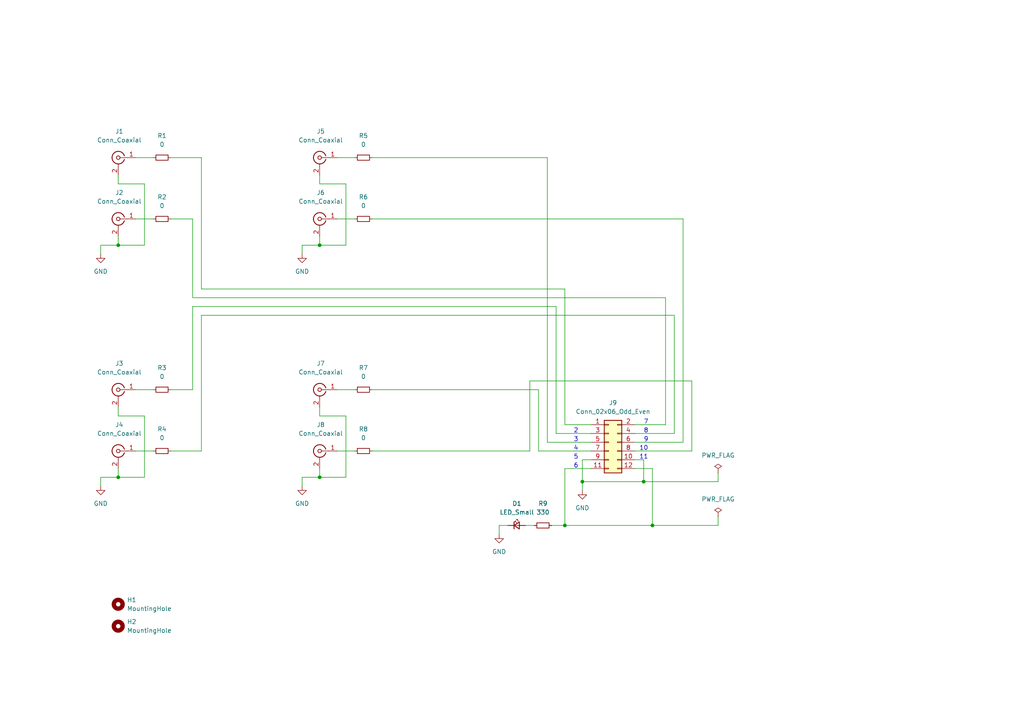
<source format=kicad_sch>
(kicad_sch (version 20211123) (generator eeschema)
  (paper "A4")
  (lib_symbols
    (symbol "Connector:Conn_Coaxial" (pin_names (offset 1.016) hide)
      (property "Reference" "J" (at 0.254 3.048 0))
      (property "Value" "Conn_Coaxial" (at 2.921 0 90))
      (symbol "Conn_Coaxial_0_1"
        (arc (start -1.778 -0.508) (mid 0.2311 -1.8066) (end 1.778 0) (stroke (width 0.254)))
        (polyline (pts (xy -2.54 0) (xy -0.508 0)))
        (polyline (pts (xy 0 -2.54) (xy 0 -1.778)))
        (circle (center 0 0) (radius 0.508) (stroke (width 0.2032)))
        (arc (start 1.778 0) (mid 0.2099 1.8101) (end -1.778 0.508) (stroke (width 0.254)))
      )
      (symbol "Conn_Coaxial_1_1"
        (pin passive line (at -5.08 0 0) (length 2.54) (name "In") (number "1"))
        (pin passive line (at 0 -5.08 90) (length 2.54) (name "Ext") (number "2"))
      )
    )
    (symbol "Connector_Generic:Conn_02x06_Odd_Even" (pin_names (offset 1.016) hide)
      (property "Reference" "J" (at 1.27 7.62 0))
      (property "Value" "Conn_02x06_Odd_Even" (at 1.27 -10.16 0))
      (symbol "Conn_02x06_Odd_Even_1_1"
        (rectangle (start -1.27 -7.493) (end 0 -7.747) (stroke (width 0.1524)))
        (rectangle (start -1.27 -4.953) (end 0 -5.207) (stroke (width 0.1524)))
        (rectangle (start -1.27 -2.413) (end 0 -2.667) (stroke (width 0.1524)))
        (rectangle (start -1.27 0.127) (end 0 -0.127) (stroke (width 0.1524)))
        (rectangle (start -1.27 2.667) (end 0 2.413) (stroke (width 0.1524)))
        (rectangle (start -1.27 5.207) (end 0 4.953) (stroke (width 0.1524)))
        (rectangle (start -1.27 6.35) (end 3.81 -8.89) (stroke (width 0.254)) (fill (type background)))
        (rectangle (start 3.81 -7.493) (end 2.54 -7.747) (stroke (width 0.1524)))
        (rectangle (start 3.81 -4.953) (end 2.54 -5.207) (stroke (width 0.1524)))
        (rectangle (start 3.81 -2.413) (end 2.54 -2.667) (stroke (width 0.1524)))
        (rectangle (start 3.81 0.127) (end 2.54 -0.127) (stroke (width 0.1524)))
        (rectangle (start 3.81 2.667) (end 2.54 2.413) (stroke (width 0.1524)))
        (rectangle (start 3.81 5.207) (end 2.54 4.953) (stroke (width 0.1524)))
        (pin passive line (at -5.08 5.08 0) (length 3.81) (name "Pin_1") (number "1"))
        (pin passive line (at 7.62 -5.08 180) (length 3.81) (name "Pin_10") (number "10"))
        (pin passive line (at -5.08 -7.62 0) (length 3.81) (name "Pin_11") (number "11"))
        (pin passive line (at 7.62 -7.62 180) (length 3.81) (name "Pin_12") (number "12"))
        (pin passive line (at 7.62 5.08 180) (length 3.81) (name "Pin_2") (number "2"))
        (pin passive line (at -5.08 2.54 0) (length 3.81) (name "Pin_3") (number "3"))
        (pin passive line (at 7.62 2.54 180) (length 3.81) (name "Pin_4") (number "4"))
        (pin passive line (at -5.08 0 0) (length 3.81) (name "Pin_5") (number "5"))
        (pin passive line (at 7.62 0 180) (length 3.81) (name "Pin_6") (number "6"))
        (pin passive line (at -5.08 -2.54 0) (length 3.81) (name "Pin_7") (number "7"))
        (pin passive line (at 7.62 -2.54 180) (length 3.81) (name "Pin_8") (number "8"))
        (pin passive line (at -5.08 -5.08 0) (length 3.81) (name "Pin_9") (number "9"))
      )
    )
    (symbol "Device:LED_Small" (pin_numbers hide) (pin_names (offset 0.254) hide)
      (property "Reference" "D" (at -1.27 3.175 0))
      (property "Value" "LED_Small" (at -4.445 -2.54 0))
      (symbol "LED_Small_0_1"
        (polyline (pts (xy -0.762 -1.016) (xy -0.762 1.016)) (stroke (width 0.254)))
        (polyline (pts (xy 1.016 0) (xy -0.762 0)))
        (polyline (pts (xy 0.762 -1.016) (xy -0.762 0) (xy 0.762 1.016) (xy 0.762 -1.016)) (stroke (width 0.254)))
        (polyline (pts (xy 0 0.762) (xy -0.508 1.27) (xy -0.254 1.27) (xy -0.508 1.27) (xy -0.508 1.016)))
        (polyline (pts (xy 0.508 1.27) (xy 0 1.778) (xy 0.254 1.778) (xy 0 1.778) (xy 0 1.524)))
      )
      (symbol "LED_Small_1_1"
        (pin passive line (at -2.54 0 0) (length 1.778) (name "K") (number "1"))
        (pin passive line (at 2.54 0 180) (length 1.778) (name "A") (number "2"))
      )
    )
    (symbol "Device:R_Small" (pin_numbers hide) (pin_names (offset 0.254) hide)
      (property "Reference" "R" (at 0.762 0.508 0))
      (property "Value" "R_Small" (at 0.762 -1.016 0))
      (symbol "R_Small_0_1"
        (rectangle (start -0.762 1.778) (end 0.762 -1.778) (stroke (width 0.2032)))
      )
      (symbol "R_Small_1_1"
        (pin passive line (at 0 2.54 270) (length 0.762) (name "~") (number "1"))
        (pin passive line (at 0 -2.54 90) (length 0.762) (name "~") (number "2"))
      )
    )
    (symbol "Mechanical:MountingHole" (pin_names (offset 1.016))
      (property "Reference" "H" (at 0 5.08 0))
      (property "Value" "MountingHole" (at 0 3.175 0))
      (symbol "MountingHole_0_1"
        (circle (center 0 0) (radius 1.27) (stroke (width 1.27)))
      )
    )
    (symbol "power:GND" (power) (pin_names (offset 0))
      (property "Value" "GND" (at 0 -3.81 0))
      (symbol "GND_0_1"
        (polyline (pts (xy 0 0) (xy 0 -1.27) (xy 1.27 -1.27) (xy 0 -2.54) (xy -1.27 -1.27) (xy 0 -1.27)))
      )
      (symbol "GND_1_1"
        (pin power_in line (at 0 0 270) (length 0) hide (name "GND") (number "1"))
      )
    )
    (symbol "power:PWR_FLAG" (power) (pin_numbers hide) (pin_names (offset 0) hide)
      (property "Value" "PWR_FLAG" (at 0 3.81 0))
      (symbol "PWR_FLAG_0_0"
        (pin power_out line (at 0 0 90) (length 0) (name "pwr") (number "1"))
      )
      (symbol "PWR_FLAG_0_1"
        (polyline (pts (xy 0 0) (xy 0 1.27) (xy -1.016 1.905) (xy 0 2.54) (xy 1.016 1.905) (xy 0 1.27)))
      )
    )
  )
  (junction (at 168.91 139.7))
  (junction (at 34.29 138.43))
  (junction (at 34.29 71.12))
  (junction (at 186.69 139.7))
  (junction (at 163.83 152.4))
  (junction (at 189.23 152.4))
  (junction (at 92.71 138.43))
  (junction (at 92.71 71.12))
  (wire (pts (xy 184.15 133.35) (xy 186.69 133.35)))
  (wire (pts (xy 100.33 120.65) (xy 100.33 138.43)))
  (wire (pts (xy 184.15 123.19) (xy 193.04 123.19)))
  (wire (pts (xy 34.29 118.11) (xy 34.29 120.65)))
  (wire (pts (xy 147.32 152.4) (xy 144.78 152.4)))
  (wire (pts (xy 34.29 138.43) (xy 29.21 138.43)))
  (wire (pts (xy 92.71 118.11) (xy 92.71 120.65)))
  (wire (pts (xy 97.79 113.03) (xy 102.87 113.03)))
  (wire (pts (xy 195.58 91.44) (xy 58.42 91.44)))
  (wire (pts (xy 100.33 71.12) (xy 92.71 71.12)))
  (wire (pts (xy 161.29 125.73) (xy 161.29 88.9)))
  (wire (pts (xy 153.67 130.81) (xy 107.95 130.81)))
  (wire (pts (xy 55.88 86.36) (xy 55.88 63.5)))
  (wire (pts (xy 152.4 152.4) (xy 154.94 152.4)))
  (wire (pts (xy 41.91 138.43) (xy 34.29 138.43)))
  (wire (pts (xy 158.75 128.27) (xy 158.75 45.72)))
  (wire (pts (xy 189.23 152.4) (xy 189.23 135.89)))
  (wire (pts (xy 168.91 139.7) (xy 186.69 139.7)))
  (wire (pts (xy 34.29 135.89) (xy 34.29 138.43)))
  (wire (pts (xy 208.28 152.4) (xy 208.28 149.86)))
  (wire (pts (xy 39.37 113.03) (xy 44.45 113.03)))
  (wire (pts (xy 92.71 138.43) (xy 87.63 138.43)))
  (wire (pts (xy 184.15 128.27) (xy 198.12 128.27)))
  (wire (pts (xy 158.75 45.72) (xy 107.95 45.72)))
  (wire (pts (xy 55.88 113.03) (xy 49.53 113.03)))
  (wire (pts (xy 39.37 45.72) (xy 44.45 45.72)))
  (wire (pts (xy 198.12 63.5) (xy 107.95 63.5)))
  (wire (pts (xy 163.83 135.89) (xy 163.83 152.4)))
  (wire (pts (xy 171.45 125.73) (xy 161.29 125.73)))
  (wire (pts (xy 193.04 86.36) (xy 55.88 86.36)))
  (wire (pts (xy 168.91 139.7) (xy 168.91 142.24)))
  (wire (pts (xy 92.71 71.12) (xy 87.63 71.12)))
  (wire (pts (xy 29.21 71.12) (xy 29.21 73.66)))
  (wire (pts (xy 144.78 152.4) (xy 144.78 154.94)))
  (wire (pts (xy 100.33 53.34) (xy 100.33 71.12)))
  (wire (pts (xy 171.45 123.19) (xy 163.83 123.19)))
  (wire (pts (xy 34.29 50.8) (xy 34.29 53.34)))
  (wire (pts (xy 163.83 83.82) (xy 58.42 83.82)))
  (wire (pts (xy 34.29 71.12) (xy 29.21 71.12)))
  (wire (pts (xy 92.71 120.65) (xy 100.33 120.65)))
  (wire (pts (xy 39.37 63.5) (xy 44.45 63.5)))
  (wire (pts (xy 58.42 130.81) (xy 49.53 130.81)))
  (wire (pts (xy 100.33 138.43) (xy 92.71 138.43)))
  (wire (pts (xy 171.45 130.81) (xy 156.21 130.81)))
  (wire (pts (xy 92.71 50.8) (xy 92.71 53.34)))
  (wire (pts (xy 195.58 125.73) (xy 195.58 91.44)))
  (wire (pts (xy 200.66 130.81) (xy 200.66 110.49)))
  (wire (pts (xy 34.29 53.34) (xy 41.91 53.34)))
  (wire (pts (xy 58.42 91.44) (xy 58.42 130.81)))
  (wire (pts (xy 189.23 135.89) (xy 184.15 135.89)))
  (wire (pts (xy 193.04 123.19) (xy 193.04 86.36)))
  (wire (pts (xy 87.63 71.12) (xy 87.63 73.66)))
  (wire (pts (xy 41.91 71.12) (xy 34.29 71.12)))
  (wire (pts (xy 29.21 138.43) (xy 29.21 140.97)))
  (wire (pts (xy 97.79 130.81) (xy 102.87 130.81)))
  (wire (pts (xy 55.88 88.9) (xy 55.88 113.03)))
  (wire (pts (xy 87.63 138.43) (xy 87.63 140.97)))
  (wire (pts (xy 208.28 139.7) (xy 208.28 137.16)))
  (wire (pts (xy 156.21 130.81) (xy 156.21 113.03)))
  (wire (pts (xy 153.67 110.49) (xy 153.67 130.81)))
  (wire (pts (xy 92.71 68.58) (xy 92.71 71.12)))
  (wire (pts (xy 171.45 128.27) (xy 158.75 128.27)))
  (wire (pts (xy 160.02 152.4) (xy 163.83 152.4)))
  (wire (pts (xy 97.79 45.72) (xy 102.87 45.72)))
  (wire (pts (xy 168.91 133.35) (xy 168.91 139.7)))
  (wire (pts (xy 186.69 133.35) (xy 186.69 139.7)))
  (wire (pts (xy 171.45 133.35) (xy 168.91 133.35)))
  (wire (pts (xy 34.29 68.58) (xy 34.29 71.12)))
  (wire (pts (xy 184.15 130.81) (xy 200.66 130.81)))
  (wire (pts (xy 163.83 123.19) (xy 163.83 83.82)))
  (wire (pts (xy 97.79 63.5) (xy 102.87 63.5)))
  (wire (pts (xy 34.29 120.65) (xy 41.91 120.65)))
  (wire (pts (xy 39.37 130.81) (xy 44.45 130.81)))
  (wire (pts (xy 200.66 110.49) (xy 153.67 110.49)))
  (wire (pts (xy 184.15 125.73) (xy 195.58 125.73)))
  (wire (pts (xy 58.42 83.82) (xy 58.42 45.72)))
  (wire (pts (xy 41.91 120.65) (xy 41.91 138.43)))
  (wire (pts (xy 92.71 53.34) (xy 100.33 53.34)))
  (wire (pts (xy 163.83 152.4) (xy 189.23 152.4)))
  (wire (pts (xy 41.91 53.34) (xy 41.91 71.12)))
  (wire (pts (xy 186.69 139.7) (xy 208.28 139.7)))
  (wire (pts (xy 92.71 135.89) (xy 92.71 138.43)))
  (wire (pts (xy 189.23 152.4) (xy 208.28 152.4)))
  (wire (pts (xy 156.21 113.03) (xy 107.95 113.03)))
  (wire (pts (xy 161.29 88.9) (xy 55.88 88.9)))
  (wire (pts (xy 171.45 135.89) (xy 163.83 135.89)))
  (wire (pts (xy 55.88 63.5) (xy 49.53 63.5)))
  (wire (pts (xy 198.12 128.27) (xy 198.12 63.5)))
  (wire (pts (xy 58.42 45.72) (xy 49.53 45.72)))
  (text "9" (at 186.69 128.27 0) (effects (font (size 1.27 1.27)) (justify left bottom)))
  (text "10" (at 185.42 130.81 0) (effects (font (size 1.27 1.27)) (justify left bottom)))
  (text "2" (at 166.37 125.73 0) (effects (font (size 1.27 1.27)) (justify left bottom)))
  (text "5" (at 166.37 133.35 0) (effects (font (size 1.27 1.27)) (justify left bottom)))
  (text "7" (at 186.69 123.19 0) (effects (font (size 1.27 1.27)) (justify left bottom)))
  (text "8" (at 186.69 125.73 0) (effects (font (size 1.27 1.27)) (justify left bottom)))
  (text "4" (at 166.37 130.81 0) (effects (font (size 1.27 1.27)) (justify left bottom)))
  (text "3" (at 166.37 128.27 0) (effects (font (size 1.27 1.27)) (justify left bottom)))
  (text "11" (at 185.42 133.35 0) (effects (font (size 1.27 1.27)) (justify left bottom)))
  (text "6" (at 166.37 135.89 0) (effects (font (size 1.27 1.27)) (justify left bottom)))
  (symbol (lib_id "Connector:Conn_Coaxial") (at 92.71 45.72 0) (mirror y) (unit 1)
    (property "Reference" "J5" (at 93.0274 38.1 0))
    (property "Value" "Conn_Coaxial" (at 93.0274 40.64 0))
    (property "Footprint" "Connector_Coaxial:SMA_Amphenol_901-144_Vertical" (effects hide))
    (property "Datasheet" " ~" (effects hide))
  )
  (symbol (lib_id "power:GND") (at 29.21 73.66 0) (unit 1)
    (property "Reference" "#PWR01" (effects hide))
    (property "Value" "GND" (at 29.21 78.74 0))
  )
  (symbol (lib_id "power:GND") (at 29.21 140.97 0) (unit 1)
    (property "Reference" "#PWR02" (effects hide))
    (property "Value" "GND" (at 29.21 146.05 0))
  )
  (symbol (lib_id "power:PWR_FLAG") (at 208.28 137.16 0) (unit 1)
    (property "Reference" "#FLG01" (effects hide))
    (property "Value" "PWR_FLAG" (at 208.28 132.08 0))
  )
  (symbol (lib_id "Connector:Conn_Coaxial") (at 34.29 63.5 0) (mirror y) (unit 1)
    (property "Reference" "J2" (at 34.6074 55.88 0))
    (property "Value" "Conn_Coaxial" (at 34.6074 58.42 0))
    (property "Footprint" "Connector_Coaxial:SMA_Amphenol_901-144_Vertical" (effects hide))
    (property "Datasheet" " ~" (effects hide))
  )
  (symbol (lib_id "Connector:Conn_Coaxial") (at 34.29 130.81 0) (mirror y) (unit 1)
    (property "Reference" "J4" (at 34.6074 123.19 0))
    (property "Value" "Conn_Coaxial" (at 34.6074 125.73 0))
    (property "Footprint" "Connector_Coaxial:SMA_Amphenol_901-144_Vertical" (effects hide))
    (property "Datasheet" " ~" (effects hide))
  )
  (symbol (lib_id "Connector:Conn_Coaxial") (at 92.71 130.81 0) (mirror y) (unit 1)
    (property "Reference" "J8" (at 93.0274 123.19 0))
    (property "Value" "Conn_Coaxial" (at 93.0274 125.73 0))
    (property "Footprint" "Connector_Coaxial:SMA_Amphenol_901-144_Vertical" (effects hide))
    (property "Datasheet" " ~" (effects hide))
  )
  (symbol (lib_id "Mechanical:MountingHole") (at 34.29 175.26 0) (unit 1)
    (property "Reference" "H1" (at 36.83 173.9899 0) (effects (justify left)))
    (property "Value" "MountingHole" (at 36.83 176.5299 0) (effects (justify left)))
    (property "Footprint" "MountingHole:MountingHole_3.2mm_M3" (effects hide))
  )
  (symbol (lib_id "Device:R_Small") (at 105.41 113.03 90) (unit 1)
    (property "Reference" "R7" (at 105.41 106.68 90))
    (property "Value" "0" (at 105.41 109.22 90))
    (property "Footprint" "Resistor_SMD:R_0805_2012Metric_Pad1.20x1.40mm_HandSolder" (effects hide))
  )
  (symbol (lib_id "power:PWR_FLAG") (at 208.28 149.86 0) (unit 1)
    (property "Reference" "#FLG02" (effects hide))
    (property "Value" "PWR_FLAG" (at 208.28 144.78 0))
  )
  (symbol (lib_id "Device:LED_Small") (at 149.86 152.4 0) (unit 1)
    (property "Reference" "D1" (at 149.9235 146.05 0))
    (property "Value" "LED_Small" (at 149.9235 148.59 0))
    (property "Footprint" "LED_SMD:LED_0805_2012Metric_Pad1.15x1.40mm_HandSolder" (effects hide))
  )
  (symbol (lib_id "Device:R_Small") (at 105.41 45.72 90) (unit 1)
    (property "Reference" "R5" (at 105.41 39.37 90))
    (property "Value" "0" (at 105.41 41.91 90))
    (property "Footprint" "Resistor_SMD:R_0805_2012Metric_Pad1.20x1.40mm_HandSolder" (effects hide))
  )
  (symbol (lib_id "Device:R_Small") (at 105.41 130.81 90) (unit 1)
    (property "Reference" "R8" (at 105.41 124.46 90))
    (property "Value" "0" (at 105.41 127 90))
    (property "Footprint" "Resistor_SMD:R_0805_2012Metric_Pad1.20x1.40mm_HandSolder" (effects hide))
  )
  (symbol (lib_id "Device:R_Small") (at 46.99 63.5 90) (unit 1)
    (property "Reference" "R2" (at 46.99 57.15 90))
    (property "Value" "0" (at 46.99 59.69 90))
    (property "Footprint" "Resistor_SMD:R_0805_2012Metric_Pad1.20x1.40mm_HandSolder" (effects hide))
  )
  (symbol (lib_id "power:GND") (at 87.63 140.97 0) (unit 1)
    (property "Reference" "#PWR04" (effects hide))
    (property "Value" "GND" (at 87.63 146.05 0))
  )
  (symbol (lib_id "Device:R_Small") (at 46.99 130.81 90) (unit 1)
    (property "Reference" "R4" (at 46.99 124.46 90))
    (property "Value" "0" (at 46.99 127 90))
    (property "Footprint" "Resistor_SMD:R_0805_2012Metric_Pad1.20x1.40mm_HandSolder" (effects hide))
  )
  (symbol (lib_id "Connector:Conn_Coaxial") (at 34.29 45.72 0) (mirror y) (unit 1)
    (property "Reference" "J1" (at 34.6074 38.1 0))
    (property "Value" "Conn_Coaxial" (at 34.6074 40.64 0))
    (property "Footprint" "Connector_Coaxial:SMA_Amphenol_901-144_Vertical" (effects hide))
    (property "Datasheet" " ~" (effects hide))
  )
  (symbol (lib_id "Connector:Conn_Coaxial") (at 34.29 113.03 0) (mirror y) (unit 1)
    (property "Reference" "J3" (at 34.6074 105.41 0))
    (property "Value" "Conn_Coaxial" (at 34.6074 107.95 0))
    (property "Footprint" "Connector_Coaxial:SMA_Amphenol_901-144_Vertical" (effects hide))
    (property "Datasheet" " ~" (effects hide))
  )
  (symbol (lib_id "power:GND") (at 144.78 154.94 0) (unit 1)
    (property "Reference" "#PWR05" (effects hide))
    (property "Value" "GND" (at 144.78 160.02 0))
  )
  (symbol (lib_id "Connector:Conn_Coaxial") (at 92.71 113.03 0) (mirror y) (unit 1)
    (property "Reference" "J7" (at 93.0274 105.41 0))
    (property "Value" "Conn_Coaxial" (at 93.0274 107.95 0))
    (property "Footprint" "Connector_Coaxial:SMA_Amphenol_901-144_Vertical" (effects hide))
    (property "Datasheet" " ~" (effects hide))
  )
  (symbol (lib_id "Device:R_Small") (at 157.48 152.4 90) (unit 1)
    (property "Reference" "R9" (at 157.48 146.05 90))
    (property "Value" "330" (at 157.48 148.59 90))
    (property "Footprint" "Resistor_SMD:R_0805_2012Metric_Pad1.20x1.40mm_HandSolder" (effects hide))
  )
  (symbol (lib_id "Device:R_Small") (at 46.99 45.72 90) (unit 1)
    (property "Reference" "R1" (at 46.99 39.37 90))
    (property "Value" "0" (at 46.99 41.91 90))
    (property "Footprint" "Resistor_SMD:R_0805_2012Metric_Pad1.20x1.40mm_HandSolder" (effects hide))
  )
  (symbol (lib_id "Mechanical:MountingHole") (at 34.29 181.61 0) (unit 1)
    (property "Reference" "H2" (at 36.83 180.3399 0) (effects (justify left)))
    (property "Value" "MountingHole" (at 36.83 182.8799 0) (effects (justify left)))
    (property "Footprint" "MountingHole:MountingHole_3.2mm_M3" (effects hide))
  )
  (symbol (lib_id "power:GND") (at 168.91 142.24 0) (unit 1)
    (property "Reference" "#PWR06" (effects hide))
    (property "Value" "GND" (at 168.91 147.32 0))
  )
  (symbol (lib_id "Connector_Generic:Conn_02x06_Odd_Even") (at 176.53 128.27 0) (unit 1)
    (property "Reference" "J9" (at 177.8 116.84 0))
    (property "Value" "Conn_02x06_Odd_Even" (at 177.8 119.38 0))
    (property "Footprint" "Connector_PinSocket_2.54mm:PinSocket_2x06_P2.54mm_Vertical" (effects hide))
  )
  (symbol (lib_id "Device:R_Small") (at 46.99 113.03 90) (unit 1)
    (property "Reference" "R3" (at 46.99 106.68 90))
    (property "Value" "0" (at 46.99 109.22 90))
    (property "Footprint" "Resistor_SMD:R_0805_2012Metric_Pad1.20x1.40mm_HandSolder" (effects hide))
  )
  (symbol (lib_id "power:GND") (at 87.63 73.66 0) (unit 1)
    (property "Reference" "#PWR03" (effects hide))
    (property "Value" "GND" (at 87.63 78.74 0))
  )
  (symbol (lib_id "Device:R_Small") (at 105.41 63.5 90) (unit 1)
    (property "Reference" "R6" (at 105.41 57.15 90))
    (property "Value" "0" (at 105.41 59.69 90))
    (property "Footprint" "Resistor_SMD:R_0805_2012Metric_Pad1.20x1.40mm_HandSolder" (effects hide))
  )
  (symbol (lib_id "Connector:Conn_Coaxial") (at 92.71 63.5 0) (mirror y) (unit 1)
    (property "Reference" "J6" (at 93.0274 55.88 0))
    (property "Value" "Conn_Coaxial" (at 93.0274 58.42 0))
    (property "Footprint" "Connector_Coaxial:SMA_Amphenol_901-144_Vertical" (effects hide))
    (property "Datasheet" " ~" (effects hide))
  )
)
</source>
